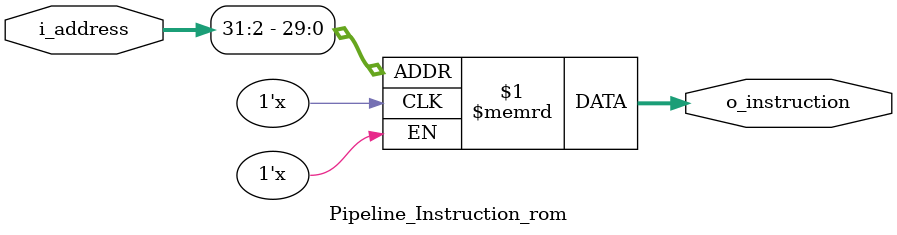
<source format=v>
`timescale 1ns/1ps

module Pipeline_Instruction_rom(	i_address, o_instruction );
input [31:0] i_address;
output  [31:0] o_instruction;

reg [31:0]	rom [0:2**10-1];

assign	o_instruction=rom[i_address[31:2]];

endmodule
</source>
